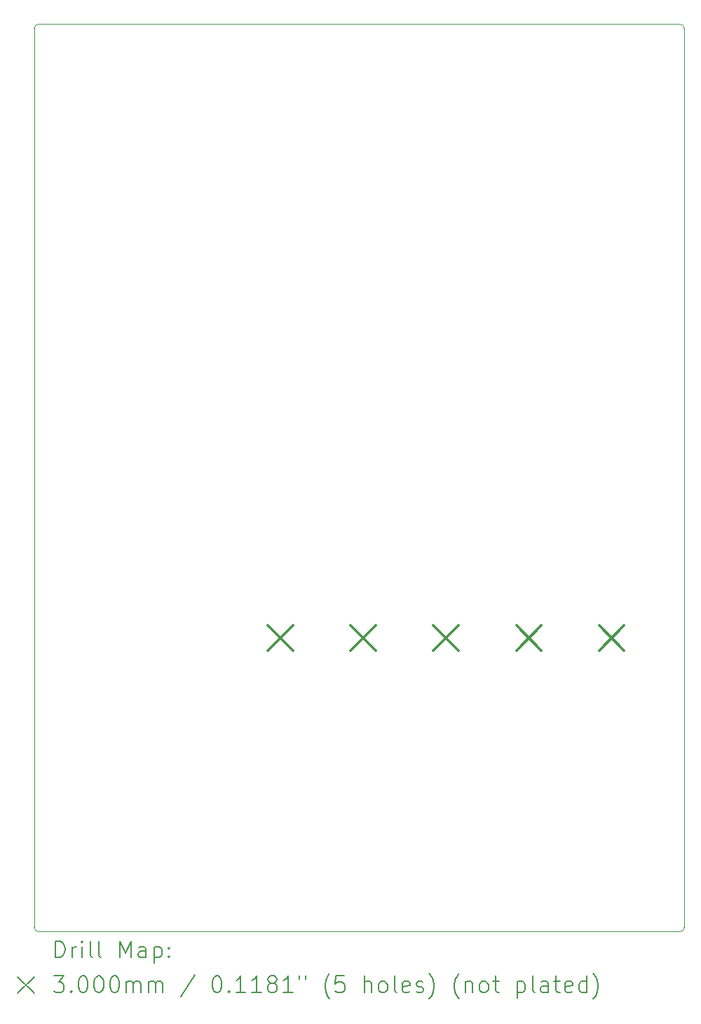
<source format=gbr>
%TF.GenerationSoftware,KiCad,Pcbnew,6.0.9-8da3e8f707~118~ubuntu22.10.1*%
%TF.CreationDate,2022-11-30T23:30:03+01:00*%
%TF.ProjectId,ilse,696c7365-2e6b-4696-9361-645f70636258,2*%
%TF.SameCoordinates,PX5702e0cPY22a4fe8*%
%TF.FileFunction,Drillmap*%
%TF.FilePolarity,Positive*%
%FSLAX45Y45*%
G04 Gerber Fmt 4.5, Leading zero omitted, Abs format (unit mm)*
G04 Created by KiCad (PCBNEW 6.0.9-8da3e8f707~118~ubuntu22.10.1) date 2022-11-30 23:30:03*
%MOMM*%
%LPD*%
G01*
G04 APERTURE LIST*
%ADD10C,0.050000*%
%ADD11C,0.200000*%
%ADD12C,0.300000*%
G04 APERTURE END LIST*
D10*
X7975600Y-10896600D02*
X7975600Y-50800D01*
X177800Y-10947400D02*
X7924800Y-10947400D01*
X127000Y-10896600D02*
X127000Y-50800D01*
X7924800Y0D02*
X177800Y0D01*
X7924800Y-10947400D02*
G75*
G03*
X7975600Y-10896600I0J50800D01*
G01*
X177800Y0D02*
G75*
G03*
X127000Y-50800I0J-50800D01*
G01*
X7975600Y-50800D02*
G75*
G03*
X7924800Y0I-50800J0D01*
G01*
X127000Y-10896600D02*
G75*
G03*
X177800Y-10947400I50800J0D01*
G01*
D11*
D12*
X2949201Y-7253124D02*
X3249201Y-7553124D01*
X3249201Y-7253124D02*
X2949201Y-7553124D01*
X3949201Y-7253124D02*
X4249201Y-7553124D01*
X4249201Y-7253124D02*
X3949201Y-7553124D01*
X4949201Y-7253124D02*
X5249201Y-7553124D01*
X5249201Y-7253124D02*
X4949201Y-7553124D01*
X5949201Y-7253124D02*
X6249201Y-7553124D01*
X6249201Y-7253124D02*
X5949201Y-7553124D01*
X6949201Y-7253124D02*
X7249201Y-7553124D01*
X7249201Y-7253124D02*
X6949201Y-7553124D01*
D11*
X382119Y-11260376D02*
X382119Y-11060376D01*
X429738Y-11060376D01*
X458309Y-11069900D01*
X477357Y-11088948D01*
X486881Y-11107995D01*
X496405Y-11146090D01*
X496405Y-11174662D01*
X486881Y-11212757D01*
X477357Y-11231805D01*
X458309Y-11250852D01*
X429738Y-11260376D01*
X382119Y-11260376D01*
X582119Y-11260376D02*
X582119Y-11127043D01*
X582119Y-11165138D02*
X591643Y-11146090D01*
X601167Y-11136567D01*
X620214Y-11127043D01*
X639262Y-11127043D01*
X705928Y-11260376D02*
X705928Y-11127043D01*
X705928Y-11060376D02*
X696405Y-11069900D01*
X705928Y-11079424D01*
X715452Y-11069900D01*
X705928Y-11060376D01*
X705928Y-11079424D01*
X829738Y-11260376D02*
X810690Y-11250852D01*
X801167Y-11231805D01*
X801167Y-11060376D01*
X934500Y-11260376D02*
X915452Y-11250852D01*
X905928Y-11231805D01*
X905928Y-11060376D01*
X1163071Y-11260376D02*
X1163071Y-11060376D01*
X1229738Y-11203233D01*
X1296405Y-11060376D01*
X1296405Y-11260376D01*
X1477357Y-11260376D02*
X1477357Y-11155614D01*
X1467833Y-11136567D01*
X1448786Y-11127043D01*
X1410690Y-11127043D01*
X1391643Y-11136567D01*
X1477357Y-11250852D02*
X1458309Y-11260376D01*
X1410690Y-11260376D01*
X1391643Y-11250852D01*
X1382119Y-11231805D01*
X1382119Y-11212757D01*
X1391643Y-11193709D01*
X1410690Y-11184186D01*
X1458309Y-11184186D01*
X1477357Y-11174662D01*
X1572595Y-11127043D02*
X1572595Y-11327043D01*
X1572595Y-11136567D02*
X1591643Y-11127043D01*
X1629738Y-11127043D01*
X1648786Y-11136567D01*
X1658309Y-11146090D01*
X1667833Y-11165138D01*
X1667833Y-11222281D01*
X1658309Y-11241328D01*
X1648786Y-11250852D01*
X1629738Y-11260376D01*
X1591643Y-11260376D01*
X1572595Y-11250852D01*
X1753548Y-11241328D02*
X1763071Y-11250852D01*
X1753548Y-11260376D01*
X1744024Y-11250852D01*
X1753548Y-11241328D01*
X1753548Y-11260376D01*
X1753548Y-11136567D02*
X1763071Y-11146090D01*
X1753548Y-11155614D01*
X1744024Y-11146090D01*
X1753548Y-11136567D01*
X1753548Y-11155614D01*
X-75500Y-11489900D02*
X124500Y-11689900D01*
X124500Y-11489900D02*
X-75500Y-11689900D01*
X363071Y-11480376D02*
X486881Y-11480376D01*
X420214Y-11556567D01*
X448786Y-11556567D01*
X467833Y-11566090D01*
X477357Y-11575614D01*
X486881Y-11594662D01*
X486881Y-11642281D01*
X477357Y-11661328D01*
X467833Y-11670852D01*
X448786Y-11680376D01*
X391643Y-11680376D01*
X372595Y-11670852D01*
X363071Y-11661328D01*
X572595Y-11661328D02*
X582119Y-11670852D01*
X572595Y-11680376D01*
X563071Y-11670852D01*
X572595Y-11661328D01*
X572595Y-11680376D01*
X705928Y-11480376D02*
X724976Y-11480376D01*
X744024Y-11489900D01*
X753548Y-11499424D01*
X763071Y-11518471D01*
X772595Y-11556567D01*
X772595Y-11604186D01*
X763071Y-11642281D01*
X753548Y-11661328D01*
X744024Y-11670852D01*
X724976Y-11680376D01*
X705928Y-11680376D01*
X686881Y-11670852D01*
X677357Y-11661328D01*
X667833Y-11642281D01*
X658310Y-11604186D01*
X658310Y-11556567D01*
X667833Y-11518471D01*
X677357Y-11499424D01*
X686881Y-11489900D01*
X705928Y-11480376D01*
X896405Y-11480376D02*
X915452Y-11480376D01*
X934500Y-11489900D01*
X944024Y-11499424D01*
X953548Y-11518471D01*
X963071Y-11556567D01*
X963071Y-11604186D01*
X953548Y-11642281D01*
X944024Y-11661328D01*
X934500Y-11670852D01*
X915452Y-11680376D01*
X896405Y-11680376D01*
X877357Y-11670852D01*
X867833Y-11661328D01*
X858309Y-11642281D01*
X848786Y-11604186D01*
X848786Y-11556567D01*
X858309Y-11518471D01*
X867833Y-11499424D01*
X877357Y-11489900D01*
X896405Y-11480376D01*
X1086881Y-11480376D02*
X1105929Y-11480376D01*
X1124976Y-11489900D01*
X1134500Y-11499424D01*
X1144024Y-11518471D01*
X1153548Y-11556567D01*
X1153548Y-11604186D01*
X1144024Y-11642281D01*
X1134500Y-11661328D01*
X1124976Y-11670852D01*
X1105929Y-11680376D01*
X1086881Y-11680376D01*
X1067833Y-11670852D01*
X1058310Y-11661328D01*
X1048786Y-11642281D01*
X1039262Y-11604186D01*
X1039262Y-11556567D01*
X1048786Y-11518471D01*
X1058310Y-11499424D01*
X1067833Y-11489900D01*
X1086881Y-11480376D01*
X1239262Y-11680376D02*
X1239262Y-11547043D01*
X1239262Y-11566090D02*
X1248786Y-11556567D01*
X1267833Y-11547043D01*
X1296405Y-11547043D01*
X1315452Y-11556567D01*
X1324976Y-11575614D01*
X1324976Y-11680376D01*
X1324976Y-11575614D02*
X1334500Y-11556567D01*
X1353548Y-11547043D01*
X1382119Y-11547043D01*
X1401167Y-11556567D01*
X1410690Y-11575614D01*
X1410690Y-11680376D01*
X1505928Y-11680376D02*
X1505928Y-11547043D01*
X1505928Y-11566090D02*
X1515452Y-11556567D01*
X1534500Y-11547043D01*
X1563071Y-11547043D01*
X1582119Y-11556567D01*
X1591643Y-11575614D01*
X1591643Y-11680376D01*
X1591643Y-11575614D02*
X1601167Y-11556567D01*
X1620214Y-11547043D01*
X1648786Y-11547043D01*
X1667833Y-11556567D01*
X1677357Y-11575614D01*
X1677357Y-11680376D01*
X2067833Y-11470852D02*
X1896405Y-11727995D01*
X2324976Y-11480376D02*
X2344024Y-11480376D01*
X2363071Y-11489900D01*
X2372595Y-11499424D01*
X2382119Y-11518471D01*
X2391643Y-11556567D01*
X2391643Y-11604186D01*
X2382119Y-11642281D01*
X2372595Y-11661328D01*
X2363071Y-11670852D01*
X2344024Y-11680376D01*
X2324976Y-11680376D01*
X2305929Y-11670852D01*
X2296405Y-11661328D01*
X2286881Y-11642281D01*
X2277357Y-11604186D01*
X2277357Y-11556567D01*
X2286881Y-11518471D01*
X2296405Y-11499424D01*
X2305929Y-11489900D01*
X2324976Y-11480376D01*
X2477357Y-11661328D02*
X2486881Y-11670852D01*
X2477357Y-11680376D01*
X2467833Y-11670852D01*
X2477357Y-11661328D01*
X2477357Y-11680376D01*
X2677357Y-11680376D02*
X2563071Y-11680376D01*
X2620214Y-11680376D02*
X2620214Y-11480376D01*
X2601167Y-11508948D01*
X2582119Y-11527995D01*
X2563071Y-11537519D01*
X2867833Y-11680376D02*
X2753548Y-11680376D01*
X2810690Y-11680376D02*
X2810690Y-11480376D01*
X2791643Y-11508948D01*
X2772595Y-11527995D01*
X2753548Y-11537519D01*
X2982119Y-11566090D02*
X2963071Y-11556567D01*
X2953548Y-11547043D01*
X2944024Y-11527995D01*
X2944024Y-11518471D01*
X2953548Y-11499424D01*
X2963071Y-11489900D01*
X2982119Y-11480376D01*
X3020214Y-11480376D01*
X3039262Y-11489900D01*
X3048786Y-11499424D01*
X3058309Y-11518471D01*
X3058309Y-11527995D01*
X3048786Y-11547043D01*
X3039262Y-11556567D01*
X3020214Y-11566090D01*
X2982119Y-11566090D01*
X2963071Y-11575614D01*
X2953548Y-11585138D01*
X2944024Y-11604186D01*
X2944024Y-11642281D01*
X2953548Y-11661328D01*
X2963071Y-11670852D01*
X2982119Y-11680376D01*
X3020214Y-11680376D01*
X3039262Y-11670852D01*
X3048786Y-11661328D01*
X3058309Y-11642281D01*
X3058309Y-11604186D01*
X3048786Y-11585138D01*
X3039262Y-11575614D01*
X3020214Y-11566090D01*
X3248786Y-11680376D02*
X3134500Y-11680376D01*
X3191643Y-11680376D02*
X3191643Y-11480376D01*
X3172595Y-11508948D01*
X3153548Y-11527995D01*
X3134500Y-11537519D01*
X3324976Y-11480376D02*
X3324976Y-11518471D01*
X3401167Y-11480376D02*
X3401167Y-11518471D01*
X3696405Y-11756567D02*
X3686881Y-11747043D01*
X3667833Y-11718471D01*
X3658309Y-11699424D01*
X3648786Y-11670852D01*
X3639262Y-11623233D01*
X3639262Y-11585138D01*
X3648786Y-11537519D01*
X3658309Y-11508948D01*
X3667833Y-11489900D01*
X3686881Y-11461328D01*
X3696405Y-11451805D01*
X3867833Y-11480376D02*
X3772595Y-11480376D01*
X3763071Y-11575614D01*
X3772595Y-11566090D01*
X3791643Y-11556567D01*
X3839262Y-11556567D01*
X3858309Y-11566090D01*
X3867833Y-11575614D01*
X3877357Y-11594662D01*
X3877357Y-11642281D01*
X3867833Y-11661328D01*
X3858309Y-11670852D01*
X3839262Y-11680376D01*
X3791643Y-11680376D01*
X3772595Y-11670852D01*
X3763071Y-11661328D01*
X4115452Y-11680376D02*
X4115452Y-11480376D01*
X4201167Y-11680376D02*
X4201167Y-11575614D01*
X4191643Y-11556567D01*
X4172595Y-11547043D01*
X4144024Y-11547043D01*
X4124976Y-11556567D01*
X4115452Y-11566090D01*
X4324976Y-11680376D02*
X4305929Y-11670852D01*
X4296405Y-11661328D01*
X4286881Y-11642281D01*
X4286881Y-11585138D01*
X4296405Y-11566090D01*
X4305929Y-11556567D01*
X4324976Y-11547043D01*
X4353548Y-11547043D01*
X4372595Y-11556567D01*
X4382119Y-11566090D01*
X4391643Y-11585138D01*
X4391643Y-11642281D01*
X4382119Y-11661328D01*
X4372595Y-11670852D01*
X4353548Y-11680376D01*
X4324976Y-11680376D01*
X4505929Y-11680376D02*
X4486881Y-11670852D01*
X4477357Y-11651805D01*
X4477357Y-11480376D01*
X4658310Y-11670852D02*
X4639262Y-11680376D01*
X4601167Y-11680376D01*
X4582119Y-11670852D01*
X4572595Y-11651805D01*
X4572595Y-11575614D01*
X4582119Y-11556567D01*
X4601167Y-11547043D01*
X4639262Y-11547043D01*
X4658310Y-11556567D01*
X4667833Y-11575614D01*
X4667833Y-11594662D01*
X4572595Y-11613709D01*
X4744024Y-11670852D02*
X4763071Y-11680376D01*
X4801167Y-11680376D01*
X4820214Y-11670852D01*
X4829738Y-11651805D01*
X4829738Y-11642281D01*
X4820214Y-11623233D01*
X4801167Y-11613709D01*
X4772595Y-11613709D01*
X4753548Y-11604186D01*
X4744024Y-11585138D01*
X4744024Y-11575614D01*
X4753548Y-11556567D01*
X4772595Y-11547043D01*
X4801167Y-11547043D01*
X4820214Y-11556567D01*
X4896405Y-11756567D02*
X4905929Y-11747043D01*
X4924976Y-11718471D01*
X4934500Y-11699424D01*
X4944024Y-11670852D01*
X4953548Y-11623233D01*
X4953548Y-11585138D01*
X4944024Y-11537519D01*
X4934500Y-11508948D01*
X4924976Y-11489900D01*
X4905929Y-11461328D01*
X4896405Y-11451805D01*
X5258310Y-11756567D02*
X5248786Y-11747043D01*
X5229738Y-11718471D01*
X5220214Y-11699424D01*
X5210690Y-11670852D01*
X5201167Y-11623233D01*
X5201167Y-11585138D01*
X5210690Y-11537519D01*
X5220214Y-11508948D01*
X5229738Y-11489900D01*
X5248786Y-11461328D01*
X5258310Y-11451805D01*
X5334500Y-11547043D02*
X5334500Y-11680376D01*
X5334500Y-11566090D02*
X5344024Y-11556567D01*
X5363071Y-11547043D01*
X5391643Y-11547043D01*
X5410690Y-11556567D01*
X5420214Y-11575614D01*
X5420214Y-11680376D01*
X5544024Y-11680376D02*
X5524976Y-11670852D01*
X5515452Y-11661328D01*
X5505929Y-11642281D01*
X5505929Y-11585138D01*
X5515452Y-11566090D01*
X5524976Y-11556567D01*
X5544024Y-11547043D01*
X5572595Y-11547043D01*
X5591643Y-11556567D01*
X5601167Y-11566090D01*
X5610690Y-11585138D01*
X5610690Y-11642281D01*
X5601167Y-11661328D01*
X5591643Y-11670852D01*
X5572595Y-11680376D01*
X5544024Y-11680376D01*
X5667833Y-11547043D02*
X5744024Y-11547043D01*
X5696405Y-11480376D02*
X5696405Y-11651805D01*
X5705928Y-11670852D01*
X5724976Y-11680376D01*
X5744024Y-11680376D01*
X5963071Y-11547043D02*
X5963071Y-11747043D01*
X5963071Y-11556567D02*
X5982119Y-11547043D01*
X6020214Y-11547043D01*
X6039262Y-11556567D01*
X6048786Y-11566090D01*
X6058309Y-11585138D01*
X6058309Y-11642281D01*
X6048786Y-11661328D01*
X6039262Y-11670852D01*
X6020214Y-11680376D01*
X5982119Y-11680376D01*
X5963071Y-11670852D01*
X6172595Y-11680376D02*
X6153548Y-11670852D01*
X6144024Y-11651805D01*
X6144024Y-11480376D01*
X6334500Y-11680376D02*
X6334500Y-11575614D01*
X6324976Y-11556567D01*
X6305928Y-11547043D01*
X6267833Y-11547043D01*
X6248786Y-11556567D01*
X6334500Y-11670852D02*
X6315452Y-11680376D01*
X6267833Y-11680376D01*
X6248786Y-11670852D01*
X6239262Y-11651805D01*
X6239262Y-11632757D01*
X6248786Y-11613709D01*
X6267833Y-11604186D01*
X6315452Y-11604186D01*
X6334500Y-11594662D01*
X6401167Y-11547043D02*
X6477357Y-11547043D01*
X6429738Y-11480376D02*
X6429738Y-11651805D01*
X6439262Y-11670852D01*
X6458309Y-11680376D01*
X6477357Y-11680376D01*
X6620214Y-11670852D02*
X6601167Y-11680376D01*
X6563071Y-11680376D01*
X6544024Y-11670852D01*
X6534500Y-11651805D01*
X6534500Y-11575614D01*
X6544024Y-11556567D01*
X6563071Y-11547043D01*
X6601167Y-11547043D01*
X6620214Y-11556567D01*
X6629738Y-11575614D01*
X6629738Y-11594662D01*
X6534500Y-11613709D01*
X6801167Y-11680376D02*
X6801167Y-11480376D01*
X6801167Y-11670852D02*
X6782119Y-11680376D01*
X6744024Y-11680376D01*
X6724976Y-11670852D01*
X6715452Y-11661328D01*
X6705928Y-11642281D01*
X6705928Y-11585138D01*
X6715452Y-11566090D01*
X6724976Y-11556567D01*
X6744024Y-11547043D01*
X6782119Y-11547043D01*
X6801167Y-11556567D01*
X6877357Y-11756567D02*
X6886881Y-11747043D01*
X6905928Y-11718471D01*
X6915452Y-11699424D01*
X6924976Y-11670852D01*
X6934500Y-11623233D01*
X6934500Y-11585138D01*
X6924976Y-11537519D01*
X6915452Y-11508948D01*
X6905928Y-11489900D01*
X6886881Y-11461328D01*
X6877357Y-11451805D01*
M02*

</source>
